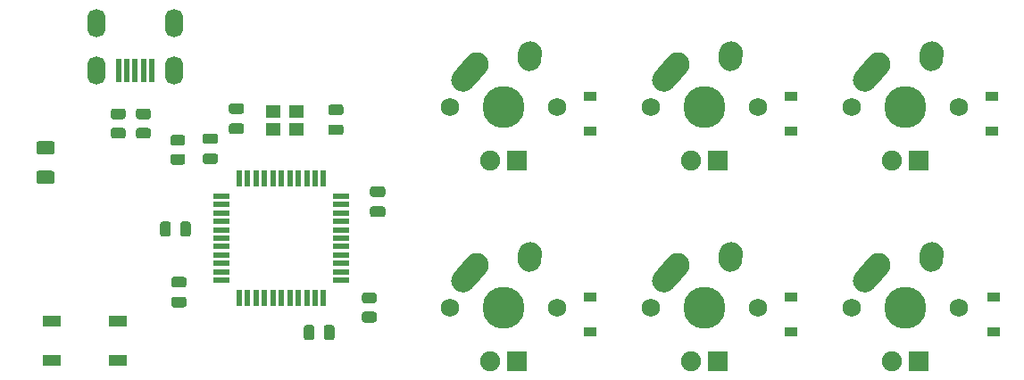
<source format=gbs>
G04 #@! TF.GenerationSoftware,KiCad,Pcbnew,(5.1.9)-1*
G04 #@! TF.CreationDate,2021-02-11T09:23:31-08:00*
G04 #@! TF.ProjectId,TestOne,54657374-4f6e-4652-9e6b-696361645f70,rev?*
G04 #@! TF.SameCoordinates,Original*
G04 #@! TF.FileFunction,Soldermask,Bot*
G04 #@! TF.FilePolarity,Negative*
%FSLAX46Y46*%
G04 Gerber Fmt 4.6, Leading zero omitted, Abs format (unit mm)*
G04 Created by KiCad (PCBNEW (5.1.9)-1) date 2021-02-11 09:23:31*
%MOMM*%
%LPD*%
G01*
G04 APERTURE LIST*
%ADD10R,1.400000X1.200000*%
%ADD11O,1.700000X2.700000*%
%ADD12R,0.500000X2.250000*%
%ADD13R,0.550000X1.500000*%
%ADD14R,1.500000X0.550000*%
%ADD15R,1.800000X1.100000*%
%ADD16C,1.750000*%
%ADD17R,1.905000X1.905000*%
%ADD18C,1.905000*%
%ADD19C,2.250000*%
%ADD20C,3.987800*%
%ADD21R,1.200000X0.900000*%
G04 APERTURE END LIST*
D10*
G04 #@! TO.C,Y1*
X167698600Y-36945200D03*
X165498600Y-36945200D03*
X165498600Y-38645200D03*
X167698600Y-38645200D03*
G04 #@! TD*
D11*
G04 #@! TO.C,USB1*
X148775400Y-28600400D03*
X156075400Y-28600400D03*
X156075400Y-33100400D03*
X148775400Y-33100400D03*
D12*
X150825400Y-33100400D03*
X151625400Y-33100400D03*
X152425400Y-33100400D03*
X153225400Y-33100400D03*
X154025400Y-33100400D03*
G04 #@! TD*
D13*
G04 #@! TO.C,U1*
X162287450Y-54677550D03*
X163087450Y-54677550D03*
X163887450Y-54677550D03*
X164687450Y-54677550D03*
X165487450Y-54677550D03*
X166287450Y-54677550D03*
X167087450Y-54677550D03*
X167887450Y-54677550D03*
X168687450Y-54677550D03*
X169487450Y-54677550D03*
X170287450Y-54677550D03*
D14*
X171987450Y-52977550D03*
X171987450Y-52177550D03*
X171987450Y-51377550D03*
X171987450Y-50577550D03*
X171987450Y-49777550D03*
X171987450Y-48977550D03*
X171987450Y-48177550D03*
X171987450Y-47377550D03*
X171987450Y-46577550D03*
X171987450Y-45777550D03*
X171987450Y-44977550D03*
D13*
X170287450Y-43277550D03*
X169487450Y-43277550D03*
X168687450Y-43277550D03*
X167887450Y-43277550D03*
X167087450Y-43277550D03*
X166287450Y-43277550D03*
X165487450Y-43277550D03*
X164687450Y-43277550D03*
X163887450Y-43277550D03*
X163087450Y-43277550D03*
X162287450Y-43277550D03*
D14*
X160587450Y-44977550D03*
X160587450Y-45777550D03*
X160587450Y-46577550D03*
X160587450Y-47377550D03*
X160587450Y-48177550D03*
X160587450Y-48977550D03*
X160587450Y-49777550D03*
X160587450Y-50577550D03*
X160587450Y-51377550D03*
X160587450Y-52177550D03*
X160587450Y-52977550D03*
G04 #@! TD*
D15*
G04 #@! TO.C,SW1*
X150737500Y-60587500D03*
X144537500Y-56887500D03*
X150737500Y-56887500D03*
X144537500Y-60587500D03*
G04 #@! TD*
G04 #@! TO.C,R4*
G36*
G01*
X175075001Y-55162500D02*
X174174999Y-55162500D01*
G75*
G02*
X173925000Y-54912501I0J249999D01*
G01*
X173925000Y-54387499D01*
G75*
G02*
X174174999Y-54137500I249999J0D01*
G01*
X175075001Y-54137500D01*
G75*
G02*
X175325000Y-54387499I0J-249999D01*
G01*
X175325000Y-54912501D01*
G75*
G02*
X175075001Y-55162500I-249999J0D01*
G01*
G37*
G36*
G01*
X175075001Y-56987500D02*
X174174999Y-56987500D01*
G75*
G02*
X173925000Y-56737501I0J249999D01*
G01*
X173925000Y-56212499D01*
G75*
G02*
X174174999Y-55962500I249999J0D01*
G01*
X175075001Y-55962500D01*
G75*
G02*
X175325000Y-56212499I0J-249999D01*
G01*
X175325000Y-56737501D01*
G75*
G02*
X175075001Y-56987500I-249999J0D01*
G01*
G37*
G04 #@! TD*
G04 #@! TO.C,R3*
G36*
G01*
X156013999Y-40989200D02*
X156914001Y-40989200D01*
G75*
G02*
X157164000Y-41239199I0J-249999D01*
G01*
X157164000Y-41764201D01*
G75*
G02*
X156914001Y-42014200I-249999J0D01*
G01*
X156013999Y-42014200D01*
G75*
G02*
X155764000Y-41764201I0J249999D01*
G01*
X155764000Y-41239199D01*
G75*
G02*
X156013999Y-40989200I249999J0D01*
G01*
G37*
G36*
G01*
X156013999Y-39164200D02*
X156914001Y-39164200D01*
G75*
G02*
X157164000Y-39414199I0J-249999D01*
G01*
X157164000Y-39939201D01*
G75*
G02*
X156914001Y-40189200I-249999J0D01*
G01*
X156013999Y-40189200D01*
G75*
G02*
X155764000Y-39939201I0J249999D01*
G01*
X155764000Y-39414199D01*
G75*
G02*
X156013999Y-39164200I249999J0D01*
G01*
G37*
G04 #@! TD*
G04 #@! TO.C,R2*
G36*
G01*
X153643751Y-37700000D02*
X152743749Y-37700000D01*
G75*
G02*
X152493750Y-37450001I0J249999D01*
G01*
X152493750Y-36924999D01*
G75*
G02*
X152743749Y-36675000I249999J0D01*
G01*
X153643751Y-36675000D01*
G75*
G02*
X153893750Y-36924999I0J-249999D01*
G01*
X153893750Y-37450001D01*
G75*
G02*
X153643751Y-37700000I-249999J0D01*
G01*
G37*
G36*
G01*
X153643751Y-39525000D02*
X152743749Y-39525000D01*
G75*
G02*
X152493750Y-39275001I0J249999D01*
G01*
X152493750Y-38749999D01*
G75*
G02*
X152743749Y-38500000I249999J0D01*
G01*
X153643751Y-38500000D01*
G75*
G02*
X153893750Y-38749999I0J-249999D01*
G01*
X153893750Y-39275001D01*
G75*
G02*
X153643751Y-39525000I-249999J0D01*
G01*
G37*
G04 #@! TD*
G04 #@! TO.C,R1*
G36*
G01*
X150362499Y-38500000D02*
X151262501Y-38500000D01*
G75*
G02*
X151512500Y-38749999I0J-249999D01*
G01*
X151512500Y-39275001D01*
G75*
G02*
X151262501Y-39525000I-249999J0D01*
G01*
X150362499Y-39525000D01*
G75*
G02*
X150112500Y-39275001I0J249999D01*
G01*
X150112500Y-38749999D01*
G75*
G02*
X150362499Y-38500000I249999J0D01*
G01*
G37*
G36*
G01*
X150362499Y-36675000D02*
X151262501Y-36675000D01*
G75*
G02*
X151512500Y-36924999I0J-249999D01*
G01*
X151512500Y-37450001D01*
G75*
G02*
X151262501Y-37700000I-249999J0D01*
G01*
X150362499Y-37700000D01*
G75*
G02*
X150112500Y-37450001I0J249999D01*
G01*
X150112500Y-36924999D01*
G75*
G02*
X150362499Y-36675000I249999J0D01*
G01*
G37*
G04 #@! TD*
D16*
G04 #@! TO.C,MX6*
X230505000Y-55549800D03*
X220345000Y-55549800D03*
D17*
X226695000Y-60629800D03*
D18*
X224155000Y-60629800D03*
D19*
X222925000Y-51549800D03*
D20*
X225425000Y-55549800D03*
G36*
G01*
X220863688Y-53847150D02*
X220863683Y-53847145D01*
G75*
G02*
X220777655Y-52258483I751317J837345D01*
G01*
X222087657Y-50798483D01*
G75*
G02*
X223676319Y-50712455I837345J-751317D01*
G01*
X223676319Y-50712455D01*
G75*
G02*
X223762347Y-52301117I-751317J-837345D01*
G01*
X222452345Y-53761117D01*
G75*
G02*
X220863683Y-53847145I-837345J751317D01*
G01*
G37*
D19*
X227965000Y-50469800D03*
G36*
G01*
X227848483Y-52172195D02*
X227847597Y-52172134D01*
G75*
G02*
X226802666Y-50972397I77403J1122334D01*
G01*
X226842666Y-50392397D01*
G75*
G02*
X228042403Y-49347466I1122334J-77403D01*
G01*
X228042403Y-49347466D01*
G75*
G02*
X229087334Y-50547203I-77403J-1122334D01*
G01*
X229047334Y-51127203D01*
G75*
G02*
X227847597Y-52172134I-1122334J77403D01*
G01*
G37*
G04 #@! TD*
D16*
G04 #@! TO.C,MX5*
X230505000Y-36499800D03*
X220345000Y-36499800D03*
D17*
X226695000Y-41579800D03*
D18*
X224155000Y-41579800D03*
D19*
X222925000Y-32499800D03*
D20*
X225425000Y-36499800D03*
G36*
G01*
X220863688Y-34797150D02*
X220863683Y-34797145D01*
G75*
G02*
X220777655Y-33208483I751317J837345D01*
G01*
X222087657Y-31748483D01*
G75*
G02*
X223676319Y-31662455I837345J-751317D01*
G01*
X223676319Y-31662455D01*
G75*
G02*
X223762347Y-33251117I-751317J-837345D01*
G01*
X222452345Y-34711117D01*
G75*
G02*
X220863683Y-34797145I-837345J751317D01*
G01*
G37*
D19*
X227965000Y-31419800D03*
G36*
G01*
X227848483Y-33122195D02*
X227847597Y-33122134D01*
G75*
G02*
X226802666Y-31922397I77403J1122334D01*
G01*
X226842666Y-31342397D01*
G75*
G02*
X228042403Y-30297466I1122334J-77403D01*
G01*
X228042403Y-30297466D01*
G75*
G02*
X229087334Y-31497203I-77403J-1122334D01*
G01*
X229047334Y-32077203D01*
G75*
G02*
X227847597Y-33122134I-1122334J77403D01*
G01*
G37*
G04 #@! TD*
D16*
G04 #@! TO.C,MX4*
X211455000Y-55549800D03*
X201295000Y-55549800D03*
D17*
X207645000Y-60629800D03*
D18*
X205105000Y-60629800D03*
D19*
X203875000Y-51549800D03*
D20*
X206375000Y-55549800D03*
G36*
G01*
X201813688Y-53847150D02*
X201813683Y-53847145D01*
G75*
G02*
X201727655Y-52258483I751317J837345D01*
G01*
X203037657Y-50798483D01*
G75*
G02*
X204626319Y-50712455I837345J-751317D01*
G01*
X204626319Y-50712455D01*
G75*
G02*
X204712347Y-52301117I-751317J-837345D01*
G01*
X203402345Y-53761117D01*
G75*
G02*
X201813683Y-53847145I-837345J751317D01*
G01*
G37*
D19*
X208915000Y-50469800D03*
G36*
G01*
X208798483Y-52172195D02*
X208797597Y-52172134D01*
G75*
G02*
X207752666Y-50972397I77403J1122334D01*
G01*
X207792666Y-50392397D01*
G75*
G02*
X208992403Y-49347466I1122334J-77403D01*
G01*
X208992403Y-49347466D01*
G75*
G02*
X210037334Y-50547203I-77403J-1122334D01*
G01*
X209997334Y-51127203D01*
G75*
G02*
X208797597Y-52172134I-1122334J77403D01*
G01*
G37*
G04 #@! TD*
D16*
G04 #@! TO.C,MX3*
X211455000Y-36499800D03*
X201295000Y-36499800D03*
D17*
X207645000Y-41579800D03*
D18*
X205105000Y-41579800D03*
D19*
X203875000Y-32499800D03*
D20*
X206375000Y-36499800D03*
G36*
G01*
X201813688Y-34797150D02*
X201813683Y-34797145D01*
G75*
G02*
X201727655Y-33208483I751317J837345D01*
G01*
X203037657Y-31748483D01*
G75*
G02*
X204626319Y-31662455I837345J-751317D01*
G01*
X204626319Y-31662455D01*
G75*
G02*
X204712347Y-33251117I-751317J-837345D01*
G01*
X203402345Y-34711117D01*
G75*
G02*
X201813683Y-34797145I-837345J751317D01*
G01*
G37*
D19*
X208915000Y-31419800D03*
G36*
G01*
X208798483Y-33122195D02*
X208797597Y-33122134D01*
G75*
G02*
X207752666Y-31922397I77403J1122334D01*
G01*
X207792666Y-31342397D01*
G75*
G02*
X208992403Y-30297466I1122334J-77403D01*
G01*
X208992403Y-30297466D01*
G75*
G02*
X210037334Y-31497203I-77403J-1122334D01*
G01*
X209997334Y-32077203D01*
G75*
G02*
X208797597Y-33122134I-1122334J77403D01*
G01*
G37*
G04 #@! TD*
D16*
G04 #@! TO.C,MX2*
X192405000Y-55549800D03*
X182245000Y-55549800D03*
D17*
X188595000Y-60629800D03*
D18*
X186055000Y-60629800D03*
D19*
X184825000Y-51549800D03*
D20*
X187325000Y-55549800D03*
G36*
G01*
X182763688Y-53847150D02*
X182763683Y-53847145D01*
G75*
G02*
X182677655Y-52258483I751317J837345D01*
G01*
X183987657Y-50798483D01*
G75*
G02*
X185576319Y-50712455I837345J-751317D01*
G01*
X185576319Y-50712455D01*
G75*
G02*
X185662347Y-52301117I-751317J-837345D01*
G01*
X184352345Y-53761117D01*
G75*
G02*
X182763683Y-53847145I-837345J751317D01*
G01*
G37*
D19*
X189865000Y-50469800D03*
G36*
G01*
X189748483Y-52172195D02*
X189747597Y-52172134D01*
G75*
G02*
X188702666Y-50972397I77403J1122334D01*
G01*
X188742666Y-50392397D01*
G75*
G02*
X189942403Y-49347466I1122334J-77403D01*
G01*
X189942403Y-49347466D01*
G75*
G02*
X190987334Y-50547203I-77403J-1122334D01*
G01*
X190947334Y-51127203D01*
G75*
G02*
X189747597Y-52172134I-1122334J77403D01*
G01*
G37*
G04 #@! TD*
D16*
G04 #@! TO.C,MX1*
X192405000Y-36499800D03*
X182245000Y-36499800D03*
D17*
X188595000Y-41579800D03*
D18*
X186055000Y-41579800D03*
D19*
X184825000Y-32499800D03*
D20*
X187325000Y-36499800D03*
G36*
G01*
X182763688Y-34797150D02*
X182763683Y-34797145D01*
G75*
G02*
X182677655Y-33208483I751317J837345D01*
G01*
X183987657Y-31748483D01*
G75*
G02*
X185576319Y-31662455I837345J-751317D01*
G01*
X185576319Y-31662455D01*
G75*
G02*
X185662347Y-33251117I-751317J-837345D01*
G01*
X184352345Y-34711117D01*
G75*
G02*
X182763683Y-34797145I-837345J751317D01*
G01*
G37*
D19*
X189865000Y-31419800D03*
G36*
G01*
X189748483Y-33122195D02*
X189747597Y-33122134D01*
G75*
G02*
X188702666Y-31922397I77403J1122334D01*
G01*
X188742666Y-31342397D01*
G75*
G02*
X189942403Y-30297466I1122334J-77403D01*
G01*
X189942403Y-30297466D01*
G75*
G02*
X190987334Y-31497203I-77403J-1122334D01*
G01*
X190947334Y-32077203D01*
G75*
G02*
X189747597Y-33122134I-1122334J77403D01*
G01*
G37*
G04 #@! TD*
G04 #@! TO.C,F1*
G36*
G01*
X144541400Y-41033400D02*
X143291400Y-41033400D01*
G75*
G02*
X143041400Y-40783400I0J250000D01*
G01*
X143041400Y-40033400D01*
G75*
G02*
X143291400Y-39783400I250000J0D01*
G01*
X144541400Y-39783400D01*
G75*
G02*
X144791400Y-40033400I0J-250000D01*
G01*
X144791400Y-40783400D01*
G75*
G02*
X144541400Y-41033400I-250000J0D01*
G01*
G37*
G36*
G01*
X144541400Y-43833400D02*
X143291400Y-43833400D01*
G75*
G02*
X143041400Y-43583400I0J250000D01*
G01*
X143041400Y-42833400D01*
G75*
G02*
X143291400Y-42583400I250000J0D01*
G01*
X144541400Y-42583400D01*
G75*
G02*
X144791400Y-42833400I0J-250000D01*
G01*
X144791400Y-43583400D01*
G75*
G02*
X144541400Y-43833400I-250000J0D01*
G01*
G37*
G04 #@! TD*
D21*
G04 #@! TO.C,D6*
X233838750Y-54534800D03*
X233838750Y-57834800D03*
G04 #@! TD*
G04 #@! TO.C,D5*
X233680000Y-35484800D03*
X233680000Y-38784800D03*
G04 #@! TD*
G04 #@! TO.C,D4*
X214630000Y-54534800D03*
X214630000Y-57834800D03*
G04 #@! TD*
G04 #@! TO.C,D3*
X214630000Y-35484800D03*
X214630000Y-38784800D03*
G04 #@! TD*
G04 #@! TO.C,D2*
X195580000Y-54534800D03*
X195580000Y-57834800D03*
G04 #@! TD*
G04 #@! TO.C,D1*
X195580000Y-35484800D03*
X195580000Y-38784800D03*
G04 #@! TD*
G04 #@! TO.C,C7*
G36*
G01*
X155798100Y-47645300D02*
X155798100Y-48595300D01*
G75*
G02*
X155548100Y-48845300I-250000J0D01*
G01*
X155048100Y-48845300D01*
G75*
G02*
X154798100Y-48595300I0J250000D01*
G01*
X154798100Y-47645300D01*
G75*
G02*
X155048100Y-47395300I250000J0D01*
G01*
X155548100Y-47395300D01*
G75*
G02*
X155798100Y-47645300I0J-250000D01*
G01*
G37*
G36*
G01*
X157698100Y-47645300D02*
X157698100Y-48595300D01*
G75*
G02*
X157448100Y-48845300I-250000J0D01*
G01*
X156948100Y-48845300D01*
G75*
G02*
X156698100Y-48595300I0J250000D01*
G01*
X156698100Y-47645300D01*
G75*
G02*
X156948100Y-47395300I250000J0D01*
G01*
X157448100Y-47395300D01*
G75*
G02*
X157698100Y-47645300I0J-250000D01*
G01*
G37*
G04 #@! TD*
G04 #@! TO.C,C6*
G36*
G01*
X156090600Y-54552000D02*
X157040600Y-54552000D01*
G75*
G02*
X157290600Y-54802000I0J-250000D01*
G01*
X157290600Y-55302000D01*
G75*
G02*
X157040600Y-55552000I-250000J0D01*
G01*
X156090600Y-55552000D01*
G75*
G02*
X155840600Y-55302000I0J250000D01*
G01*
X155840600Y-54802000D01*
G75*
G02*
X156090600Y-54552000I250000J0D01*
G01*
G37*
G36*
G01*
X156090600Y-52652000D02*
X157040600Y-52652000D01*
G75*
G02*
X157290600Y-52902000I0J-250000D01*
G01*
X157290600Y-53402000D01*
G75*
G02*
X157040600Y-53652000I-250000J0D01*
G01*
X156090600Y-53652000D01*
G75*
G02*
X155840600Y-53402000I0J250000D01*
G01*
X155840600Y-52902000D01*
G75*
G02*
X156090600Y-52652000I250000J0D01*
G01*
G37*
G04 #@! TD*
G04 #@! TO.C,C5*
G36*
G01*
X161551600Y-38092800D02*
X162501600Y-38092800D01*
G75*
G02*
X162751600Y-38342800I0J-250000D01*
G01*
X162751600Y-38842800D01*
G75*
G02*
X162501600Y-39092800I-250000J0D01*
G01*
X161551600Y-39092800D01*
G75*
G02*
X161301600Y-38842800I0J250000D01*
G01*
X161301600Y-38342800D01*
G75*
G02*
X161551600Y-38092800I250000J0D01*
G01*
G37*
G36*
G01*
X161551600Y-36192800D02*
X162501600Y-36192800D01*
G75*
G02*
X162751600Y-36442800I0J-250000D01*
G01*
X162751600Y-36942800D01*
G75*
G02*
X162501600Y-37192800I-250000J0D01*
G01*
X161551600Y-37192800D01*
G75*
G02*
X161301600Y-36942800I0J250000D01*
G01*
X161301600Y-36442800D01*
G75*
G02*
X161551600Y-36192800I250000J0D01*
G01*
G37*
G04 #@! TD*
G04 #@! TO.C,C4*
G36*
G01*
X171925000Y-37294400D02*
X170975000Y-37294400D01*
G75*
G02*
X170725000Y-37044400I0J250000D01*
G01*
X170725000Y-36544400D01*
G75*
G02*
X170975000Y-36294400I250000J0D01*
G01*
X171925000Y-36294400D01*
G75*
G02*
X172175000Y-36544400I0J-250000D01*
G01*
X172175000Y-37044400D01*
G75*
G02*
X171925000Y-37294400I-250000J0D01*
G01*
G37*
G36*
G01*
X171925000Y-39194400D02*
X170975000Y-39194400D01*
G75*
G02*
X170725000Y-38944400I0J250000D01*
G01*
X170725000Y-38444400D01*
G75*
G02*
X170975000Y-38194400I250000J0D01*
G01*
X171925000Y-38194400D01*
G75*
G02*
X172175000Y-38444400I0J-250000D01*
G01*
X172175000Y-38944400D01*
G75*
G02*
X171925000Y-39194400I-250000J0D01*
G01*
G37*
G04 #@! TD*
G04 #@! TO.C,C3*
G36*
G01*
X175893750Y-45073150D02*
X174943750Y-45073150D01*
G75*
G02*
X174693750Y-44823150I0J250000D01*
G01*
X174693750Y-44323150D01*
G75*
G02*
X174943750Y-44073150I250000J0D01*
G01*
X175893750Y-44073150D01*
G75*
G02*
X176143750Y-44323150I0J-250000D01*
G01*
X176143750Y-44823150D01*
G75*
G02*
X175893750Y-45073150I-250000J0D01*
G01*
G37*
G36*
G01*
X175893750Y-46973150D02*
X174943750Y-46973150D01*
G75*
G02*
X174693750Y-46723150I0J250000D01*
G01*
X174693750Y-46223150D01*
G75*
G02*
X174943750Y-45973150I250000J0D01*
G01*
X175893750Y-45973150D01*
G75*
G02*
X176143750Y-46223150I0J-250000D01*
G01*
X176143750Y-46723150D01*
G75*
G02*
X175893750Y-46973150I-250000J0D01*
G01*
G37*
G04 #@! TD*
G04 #@! TO.C,C2*
G36*
G01*
X169412500Y-57468750D02*
X169412500Y-58418750D01*
G75*
G02*
X169162500Y-58668750I-250000J0D01*
G01*
X168662500Y-58668750D01*
G75*
G02*
X168412500Y-58418750I0J250000D01*
G01*
X168412500Y-57468750D01*
G75*
G02*
X168662500Y-57218750I250000J0D01*
G01*
X169162500Y-57218750D01*
G75*
G02*
X169412500Y-57468750I0J-250000D01*
G01*
G37*
G36*
G01*
X171312500Y-57468750D02*
X171312500Y-58418750D01*
G75*
G02*
X171062500Y-58668750I-250000J0D01*
G01*
X170562500Y-58668750D01*
G75*
G02*
X170312500Y-58418750I0J250000D01*
G01*
X170312500Y-57468750D01*
G75*
G02*
X170562500Y-57218750I250000J0D01*
G01*
X171062500Y-57218750D01*
G75*
G02*
X171312500Y-57468750I0J-250000D01*
G01*
G37*
G04 #@! TD*
G04 #@! TO.C,C1*
G36*
G01*
X160018750Y-40031250D02*
X159068750Y-40031250D01*
G75*
G02*
X158818750Y-39781250I0J250000D01*
G01*
X158818750Y-39281250D01*
G75*
G02*
X159068750Y-39031250I250000J0D01*
G01*
X160018750Y-39031250D01*
G75*
G02*
X160268750Y-39281250I0J-250000D01*
G01*
X160268750Y-39781250D01*
G75*
G02*
X160018750Y-40031250I-250000J0D01*
G01*
G37*
G36*
G01*
X160018750Y-41931250D02*
X159068750Y-41931250D01*
G75*
G02*
X158818750Y-41681250I0J250000D01*
G01*
X158818750Y-41181250D01*
G75*
G02*
X159068750Y-40931250I250000J0D01*
G01*
X160018750Y-40931250D01*
G75*
G02*
X160268750Y-41181250I0J-250000D01*
G01*
X160268750Y-41681250D01*
G75*
G02*
X160018750Y-41931250I-250000J0D01*
G01*
G37*
G04 #@! TD*
M02*

</source>
